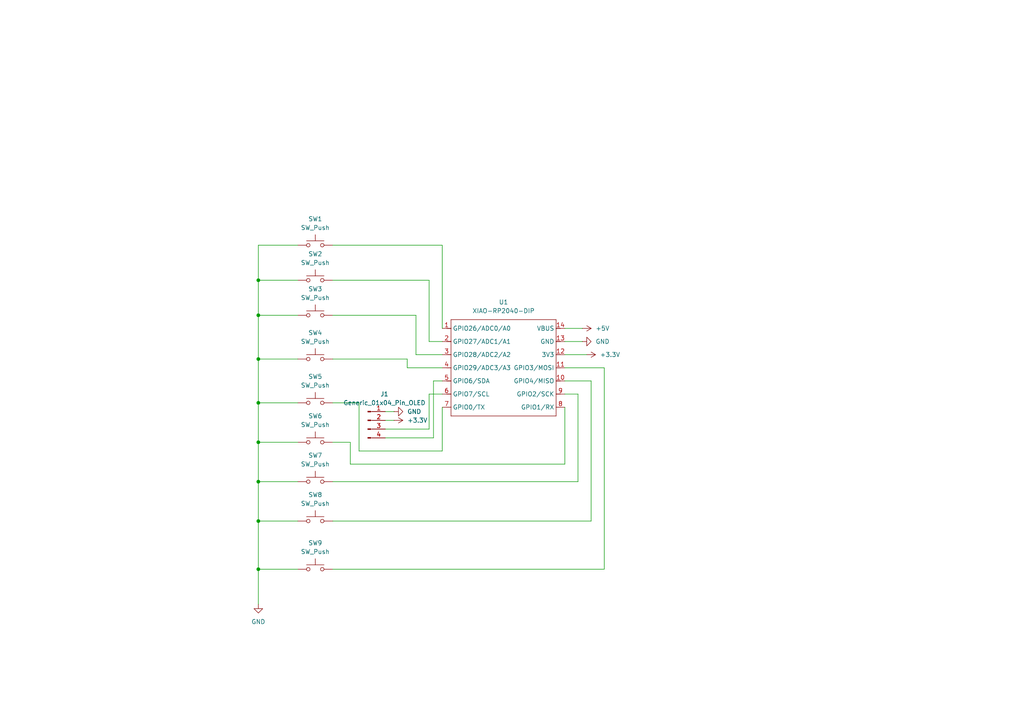
<source format=kicad_sch>
(kicad_sch
	(version 20250114)
	(generator "eeschema")
	(generator_version "9.0")
	(uuid "ee37c5c9-7c76-46e2-84de-a673a3f27b17")
	(paper "A4")
	(title_block
		(title "Macropad Project")
		(date "2025-12-16")
		(rev "2")
		(comment 1 "Schematic for Macropad")
	)
	(lib_symbols
		(symbol "Connector:Conn_01x04_Pin"
			(pin_names
				(offset 1.016)
				(hide yes)
			)
			(exclude_from_sim no)
			(in_bom yes)
			(on_board yes)
			(property "Reference" "J"
				(at 0 5.08 0)
				(effects
					(font
						(size 1.27 1.27)
					)
				)
			)
			(property "Value" "Conn_01x04_Pin"
				(at 0 -7.62 0)
				(effects
					(font
						(size 1.27 1.27)
					)
				)
			)
			(property "Footprint" ""
				(at 0 0 0)
				(effects
					(font
						(size 1.27 1.27)
					)
					(hide yes)
				)
			)
			(property "Datasheet" "~"
				(at 0 0 0)
				(effects
					(font
						(size 1.27 1.27)
					)
					(hide yes)
				)
			)
			(property "Description" "Generic connector, single row, 01x04, script generated"
				(at 0 0 0)
				(effects
					(font
						(size 1.27 1.27)
					)
					(hide yes)
				)
			)
			(property "ki_locked" ""
				(at 0 0 0)
				(effects
					(font
						(size 1.27 1.27)
					)
				)
			)
			(property "ki_keywords" "connector"
				(at 0 0 0)
				(effects
					(font
						(size 1.27 1.27)
					)
					(hide yes)
				)
			)
			(property "ki_fp_filters" "Connector*:*_1x??_*"
				(at 0 0 0)
				(effects
					(font
						(size 1.27 1.27)
					)
					(hide yes)
				)
			)
			(symbol "Conn_01x04_Pin_1_1"
				(rectangle
					(start 0.8636 2.667)
					(end 0 2.413)
					(stroke
						(width 0.1524)
						(type default)
					)
					(fill
						(type outline)
					)
				)
				(rectangle
					(start 0.8636 0.127)
					(end 0 -0.127)
					(stroke
						(width 0.1524)
						(type default)
					)
					(fill
						(type outline)
					)
				)
				(rectangle
					(start 0.8636 -2.413)
					(end 0 -2.667)
					(stroke
						(width 0.1524)
						(type default)
					)
					(fill
						(type outline)
					)
				)
				(rectangle
					(start 0.8636 -4.953)
					(end 0 -5.207)
					(stroke
						(width 0.1524)
						(type default)
					)
					(fill
						(type outline)
					)
				)
				(polyline
					(pts
						(xy 1.27 2.54) (xy 0.8636 2.54)
					)
					(stroke
						(width 0.1524)
						(type default)
					)
					(fill
						(type none)
					)
				)
				(polyline
					(pts
						(xy 1.27 0) (xy 0.8636 0)
					)
					(stroke
						(width 0.1524)
						(type default)
					)
					(fill
						(type none)
					)
				)
				(polyline
					(pts
						(xy 1.27 -2.54) (xy 0.8636 -2.54)
					)
					(stroke
						(width 0.1524)
						(type default)
					)
					(fill
						(type none)
					)
				)
				(polyline
					(pts
						(xy 1.27 -5.08) (xy 0.8636 -5.08)
					)
					(stroke
						(width 0.1524)
						(type default)
					)
					(fill
						(type none)
					)
				)
				(pin passive line
					(at 5.08 2.54 180)
					(length 3.81)
					(name "Pin_1"
						(effects
							(font
								(size 1.27 1.27)
							)
						)
					)
					(number "1"
						(effects
							(font
								(size 1.27 1.27)
							)
						)
					)
				)
				(pin passive line
					(at 5.08 0 180)
					(length 3.81)
					(name "Pin_2"
						(effects
							(font
								(size 1.27 1.27)
							)
						)
					)
					(number "2"
						(effects
							(font
								(size 1.27 1.27)
							)
						)
					)
				)
				(pin passive line
					(at 5.08 -2.54 180)
					(length 3.81)
					(name "Pin_3"
						(effects
							(font
								(size 1.27 1.27)
							)
						)
					)
					(number "3"
						(effects
							(font
								(size 1.27 1.27)
							)
						)
					)
				)
				(pin passive line
					(at 5.08 -5.08 180)
					(length 3.81)
					(name "Pin_4"
						(effects
							(font
								(size 1.27 1.27)
							)
						)
					)
					(number "4"
						(effects
							(font
								(size 1.27 1.27)
							)
						)
					)
				)
			)
			(embedded_fonts no)
		)
		(symbol "Seeed_Studio_XIAO_Series:XIAO-RP2040-DIP"
			(exclude_from_sim no)
			(in_bom yes)
			(on_board yes)
			(property "Reference" "U"
				(at 0 0 0)
				(effects
					(font
						(size 1.27 1.27)
					)
				)
			)
			(property "Value" "XIAO-RP2040-DIP"
				(at 5.334 -1.778 0)
				(effects
					(font
						(size 1.27 1.27)
					)
				)
			)
			(property "Footprint" "Module:MOUDLE14P-XIAO-DIP-SMD"
				(at 14.478 -32.258 0)
				(effects
					(font
						(size 1.27 1.27)
					)
					(hide yes)
				)
			)
			(property "Datasheet" ""
				(at 0 0 0)
				(effects
					(font
						(size 1.27 1.27)
					)
					(hide yes)
				)
			)
			(property "Description" ""
				(at 0 0 0)
				(effects
					(font
						(size 1.27 1.27)
					)
					(hide yes)
				)
			)
			(symbol "XIAO-RP2040-DIP_1_0"
				(polyline
					(pts
						(xy -1.27 -2.54) (xy 29.21 -2.54)
					)
					(stroke
						(width 0.1524)
						(type solid)
					)
					(fill
						(type none)
					)
				)
				(polyline
					(pts
						(xy -1.27 -5.08) (xy -2.54 -5.08)
					)
					(stroke
						(width 0.1524)
						(type solid)
					)
					(fill
						(type none)
					)
				)
				(polyline
					(pts
						(xy -1.27 -5.08) (xy -1.27 -2.54)
					)
					(stroke
						(width 0.1524)
						(type solid)
					)
					(fill
						(type none)
					)
				)
				(polyline
					(pts
						(xy -1.27 -8.89) (xy -2.54 -8.89)
					)
					(stroke
						(width 0.1524)
						(type solid)
					)
					(fill
						(type none)
					)
				)
				(polyline
					(pts
						(xy -1.27 -8.89) (xy -1.27 -5.08)
					)
					(stroke
						(width 0.1524)
						(type solid)
					)
					(fill
						(type none)
					)
				)
				(polyline
					(pts
						(xy -1.27 -12.7) (xy -2.54 -12.7)
					)
					(stroke
						(width 0.1524)
						(type solid)
					)
					(fill
						(type none)
					)
				)
				(polyline
					(pts
						(xy -1.27 -12.7) (xy -1.27 -8.89)
					)
					(stroke
						(width 0.1524)
						(type solid)
					)
					(fill
						(type none)
					)
				)
				(polyline
					(pts
						(xy -1.27 -16.51) (xy -2.54 -16.51)
					)
					(stroke
						(width 0.1524)
						(type solid)
					)
					(fill
						(type none)
					)
				)
				(polyline
					(pts
						(xy -1.27 -16.51) (xy -1.27 -12.7)
					)
					(stroke
						(width 0.1524)
						(type solid)
					)
					(fill
						(type none)
					)
				)
				(polyline
					(pts
						(xy -1.27 -20.32) (xy -2.54 -20.32)
					)
					(stroke
						(width 0.1524)
						(type solid)
					)
					(fill
						(type none)
					)
				)
				(polyline
					(pts
						(xy -1.27 -24.13) (xy -2.54 -24.13)
					)
					(stroke
						(width 0.1524)
						(type solid)
					)
					(fill
						(type none)
					)
				)
				(polyline
					(pts
						(xy -1.27 -27.94) (xy -2.54 -27.94)
					)
					(stroke
						(width 0.1524)
						(type solid)
					)
					(fill
						(type none)
					)
				)
				(polyline
					(pts
						(xy -1.27 -30.48) (xy -1.27 -16.51)
					)
					(stroke
						(width 0.1524)
						(type solid)
					)
					(fill
						(type none)
					)
				)
				(polyline
					(pts
						(xy 29.21 -2.54) (xy 29.21 -5.08)
					)
					(stroke
						(width 0.1524)
						(type solid)
					)
					(fill
						(type none)
					)
				)
				(polyline
					(pts
						(xy 29.21 -5.08) (xy 29.21 -8.89)
					)
					(stroke
						(width 0.1524)
						(type solid)
					)
					(fill
						(type none)
					)
				)
				(polyline
					(pts
						(xy 29.21 -8.89) (xy 29.21 -12.7)
					)
					(stroke
						(width 0.1524)
						(type solid)
					)
					(fill
						(type none)
					)
				)
				(polyline
					(pts
						(xy 29.21 -12.7) (xy 29.21 -30.48)
					)
					(stroke
						(width 0.1524)
						(type solid)
					)
					(fill
						(type none)
					)
				)
				(polyline
					(pts
						(xy 29.21 -30.48) (xy -1.27 -30.48)
					)
					(stroke
						(width 0.1524)
						(type solid)
					)
					(fill
						(type none)
					)
				)
				(polyline
					(pts
						(xy 30.48 -5.08) (xy 29.21 -5.08)
					)
					(stroke
						(width 0.1524)
						(type solid)
					)
					(fill
						(type none)
					)
				)
				(polyline
					(pts
						(xy 30.48 -8.89) (xy 29.21 -8.89)
					)
					(stroke
						(width 0.1524)
						(type solid)
					)
					(fill
						(type none)
					)
				)
				(polyline
					(pts
						(xy 30.48 -12.7) (xy 29.21 -12.7)
					)
					(stroke
						(width 0.1524)
						(type solid)
					)
					(fill
						(type none)
					)
				)
				(polyline
					(pts
						(xy 30.48 -16.51) (xy 29.21 -16.51)
					)
					(stroke
						(width 0.1524)
						(type solid)
					)
					(fill
						(type none)
					)
				)
				(polyline
					(pts
						(xy 30.48 -20.32) (xy 29.21 -20.32)
					)
					(stroke
						(width 0.1524)
						(type solid)
					)
					(fill
						(type none)
					)
				)
				(polyline
					(pts
						(xy 30.48 -24.13) (xy 29.21 -24.13)
					)
					(stroke
						(width 0.1524)
						(type solid)
					)
					(fill
						(type none)
					)
				)
				(polyline
					(pts
						(xy 30.48 -27.94) (xy 29.21 -27.94)
					)
					(stroke
						(width 0.1524)
						(type solid)
					)
					(fill
						(type none)
					)
				)
				(pin passive line
					(at -3.81 -5.08 0)
					(length 2.54)
					(name "GPIO26/ADC0/A0"
						(effects
							(font
								(size 1.27 1.27)
							)
						)
					)
					(number "1"
						(effects
							(font
								(size 1.27 1.27)
							)
						)
					)
				)
				(pin passive line
					(at -3.81 -8.89 0)
					(length 2.54)
					(name "GPIO27/ADC1/A1"
						(effects
							(font
								(size 1.27 1.27)
							)
						)
					)
					(number "2"
						(effects
							(font
								(size 1.27 1.27)
							)
						)
					)
				)
				(pin passive line
					(at -3.81 -12.7 0)
					(length 2.54)
					(name "GPIO28/ADC2/A2"
						(effects
							(font
								(size 1.27 1.27)
							)
						)
					)
					(number "3"
						(effects
							(font
								(size 1.27 1.27)
							)
						)
					)
				)
				(pin passive line
					(at -3.81 -16.51 0)
					(length 2.54)
					(name "GPIO29/ADC3/A3"
						(effects
							(font
								(size 1.27 1.27)
							)
						)
					)
					(number "4"
						(effects
							(font
								(size 1.27 1.27)
							)
						)
					)
				)
				(pin passive line
					(at -3.81 -20.32 0)
					(length 2.54)
					(name "GPIO6/SDA"
						(effects
							(font
								(size 1.27 1.27)
							)
						)
					)
					(number "5"
						(effects
							(font
								(size 1.27 1.27)
							)
						)
					)
				)
				(pin passive line
					(at -3.81 -24.13 0)
					(length 2.54)
					(name "GPIO7/SCL"
						(effects
							(font
								(size 1.27 1.27)
							)
						)
					)
					(number "6"
						(effects
							(font
								(size 1.27 1.27)
							)
						)
					)
				)
				(pin passive line
					(at -3.81 -27.94 0)
					(length 2.54)
					(name "GPIO0/TX"
						(effects
							(font
								(size 1.27 1.27)
							)
						)
					)
					(number "7"
						(effects
							(font
								(size 1.27 1.27)
							)
						)
					)
				)
				(pin passive line
					(at 31.75 -5.08 180)
					(length 2.54)
					(name "VBUS"
						(effects
							(font
								(size 1.27 1.27)
							)
						)
					)
					(number "14"
						(effects
							(font
								(size 1.27 1.27)
							)
						)
					)
				)
				(pin passive line
					(at 31.75 -8.89 180)
					(length 2.54)
					(name "GND"
						(effects
							(font
								(size 1.27 1.27)
							)
						)
					)
					(number "13"
						(effects
							(font
								(size 1.27 1.27)
							)
						)
					)
				)
				(pin passive line
					(at 31.75 -12.7 180)
					(length 2.54)
					(name "3V3"
						(effects
							(font
								(size 1.27 1.27)
							)
						)
					)
					(number "12"
						(effects
							(font
								(size 1.27 1.27)
							)
						)
					)
				)
				(pin passive line
					(at 31.75 -16.51 180)
					(length 2.54)
					(name "GPIO3/MOSI"
						(effects
							(font
								(size 1.27 1.27)
							)
						)
					)
					(number "11"
						(effects
							(font
								(size 1.27 1.27)
							)
						)
					)
				)
				(pin passive line
					(at 31.75 -20.32 180)
					(length 2.54)
					(name "GPIO4/MISO"
						(effects
							(font
								(size 1.27 1.27)
							)
						)
					)
					(number "10"
						(effects
							(font
								(size 1.27 1.27)
							)
						)
					)
				)
				(pin passive line
					(at 31.75 -24.13 180)
					(length 2.54)
					(name "GPIO2/SCK"
						(effects
							(font
								(size 1.27 1.27)
							)
						)
					)
					(number "9"
						(effects
							(font
								(size 1.27 1.27)
							)
						)
					)
				)
				(pin passive line
					(at 31.75 -27.94 180)
					(length 2.54)
					(name "GPIO1/RX"
						(effects
							(font
								(size 1.27 1.27)
							)
						)
					)
					(number "8"
						(effects
							(font
								(size 1.27 1.27)
							)
						)
					)
				)
			)
			(embedded_fonts no)
		)
		(symbol "Switch:SW_Push"
			(pin_numbers
				(hide yes)
			)
			(pin_names
				(offset 1.016)
				(hide yes)
			)
			(exclude_from_sim no)
			(in_bom yes)
			(on_board yes)
			(property "Reference" "SW"
				(at 1.27 2.54 0)
				(effects
					(font
						(size 1.27 1.27)
					)
					(justify left)
				)
			)
			(property "Value" "SW_Push"
				(at 0 -1.524 0)
				(effects
					(font
						(size 1.27 1.27)
					)
				)
			)
			(property "Footprint" ""
				(at 0 5.08 0)
				(effects
					(font
						(size 1.27 1.27)
					)
					(hide yes)
				)
			)
			(property "Datasheet" "~"
				(at 0 5.08 0)
				(effects
					(font
						(size 1.27 1.27)
					)
					(hide yes)
				)
			)
			(property "Description" "Push button switch, generic, two pins"
				(at 0 0 0)
				(effects
					(font
						(size 1.27 1.27)
					)
					(hide yes)
				)
			)
			(property "ki_keywords" "switch normally-open pushbutton push-button"
				(at 0 0 0)
				(effects
					(font
						(size 1.27 1.27)
					)
					(hide yes)
				)
			)
			(symbol "SW_Push_0_1"
				(circle
					(center -2.032 0)
					(radius 0.508)
					(stroke
						(width 0)
						(type default)
					)
					(fill
						(type none)
					)
				)
				(polyline
					(pts
						(xy 0 1.27) (xy 0 3.048)
					)
					(stroke
						(width 0)
						(type default)
					)
					(fill
						(type none)
					)
				)
				(circle
					(center 2.032 0)
					(radius 0.508)
					(stroke
						(width 0)
						(type default)
					)
					(fill
						(type none)
					)
				)
				(polyline
					(pts
						(xy 2.54 1.27) (xy -2.54 1.27)
					)
					(stroke
						(width 0)
						(type default)
					)
					(fill
						(type none)
					)
				)
				(pin passive line
					(at -5.08 0 0)
					(length 2.54)
					(name "1"
						(effects
							(font
								(size 1.27 1.27)
							)
						)
					)
					(number "1"
						(effects
							(font
								(size 1.27 1.27)
							)
						)
					)
				)
				(pin passive line
					(at 5.08 0 180)
					(length 2.54)
					(name "2"
						(effects
							(font
								(size 1.27 1.27)
							)
						)
					)
					(number "2"
						(effects
							(font
								(size 1.27 1.27)
							)
						)
					)
				)
			)
			(embedded_fonts no)
		)
		(symbol "power:+3.3V"
			(power)
			(pin_numbers
				(hide yes)
			)
			(pin_names
				(offset 0)
				(hide yes)
			)
			(exclude_from_sim no)
			(in_bom yes)
			(on_board yes)
			(property "Reference" "#PWR"
				(at 0 -3.81 0)
				(effects
					(font
						(size 1.27 1.27)
					)
					(hide yes)
				)
			)
			(property "Value" "+3.3V"
				(at 0 3.556 0)
				(effects
					(font
						(size 1.27 1.27)
					)
				)
			)
			(property "Footprint" ""
				(at 0 0 0)
				(effects
					(font
						(size 1.27 1.27)
					)
					(hide yes)
				)
			)
			(property "Datasheet" ""
				(at 0 0 0)
				(effects
					(font
						(size 1.27 1.27)
					)
					(hide yes)
				)
			)
			(property "Description" "Power symbol creates a global label with name \"+3.3V\""
				(at 0 0 0)
				(effects
					(font
						(size 1.27 1.27)
					)
					(hide yes)
				)
			)
			(property "ki_keywords" "global power"
				(at 0 0 0)
				(effects
					(font
						(size 1.27 1.27)
					)
					(hide yes)
				)
			)
			(symbol "+3.3V_0_1"
				(polyline
					(pts
						(xy -0.762 1.27) (xy 0 2.54)
					)
					(stroke
						(width 0)
						(type default)
					)
					(fill
						(type none)
					)
				)
				(polyline
					(pts
						(xy 0 2.54) (xy 0.762 1.27)
					)
					(stroke
						(width 0)
						(type default)
					)
					(fill
						(type none)
					)
				)
				(polyline
					(pts
						(xy 0 0) (xy 0 2.54)
					)
					(stroke
						(width 0)
						(type default)
					)
					(fill
						(type none)
					)
				)
			)
			(symbol "+3.3V_1_1"
				(pin power_in line
					(at 0 0 90)
					(length 0)
					(name "~"
						(effects
							(font
								(size 1.27 1.27)
							)
						)
					)
					(number "1"
						(effects
							(font
								(size 1.27 1.27)
							)
						)
					)
				)
			)
			(embedded_fonts no)
		)
		(symbol "power:+5V"
			(power)
			(pin_numbers
				(hide yes)
			)
			(pin_names
				(offset 0)
				(hide yes)
			)
			(exclude_from_sim no)
			(in_bom yes)
			(on_board yes)
			(property "Reference" "#PWR"
				(at 0 -3.81 0)
				(effects
					(font
						(size 1.27 1.27)
					)
					(hide yes)
				)
			)
			(property "Value" "+5V"
				(at 0 3.556 0)
				(effects
					(font
						(size 1.27 1.27)
					)
				)
			)
			(property "Footprint" ""
				(at 0 0 0)
				(effects
					(font
						(size 1.27 1.27)
					)
					(hide yes)
				)
			)
			(property "Datasheet" ""
				(at 0 0 0)
				(effects
					(font
						(size 1.27 1.27)
					)
					(hide yes)
				)
			)
			(property "Description" "Power symbol creates a global label with name \"+5V\""
				(at 0 0 0)
				(effects
					(font
						(size 1.27 1.27)
					)
					(hide yes)
				)
			)
			(property "ki_keywords" "global power"
				(at 0 0 0)
				(effects
					(font
						(size 1.27 1.27)
					)
					(hide yes)
				)
			)
			(symbol "+5V_0_1"
				(polyline
					(pts
						(xy -0.762 1.27) (xy 0 2.54)
					)
					(stroke
						(width 0)
						(type default)
					)
					(fill
						(type none)
					)
				)
				(polyline
					(pts
						(xy 0 2.54) (xy 0.762 1.27)
					)
					(stroke
						(width 0)
						(type default)
					)
					(fill
						(type none)
					)
				)
				(polyline
					(pts
						(xy 0 0) (xy 0 2.54)
					)
					(stroke
						(width 0)
						(type default)
					)
					(fill
						(type none)
					)
				)
			)
			(symbol "+5V_1_1"
				(pin power_in line
					(at 0 0 90)
					(length 0)
					(name "~"
						(effects
							(font
								(size 1.27 1.27)
							)
						)
					)
					(number "1"
						(effects
							(font
								(size 1.27 1.27)
							)
						)
					)
				)
			)
			(embedded_fonts no)
		)
		(symbol "power:GND"
			(power)
			(pin_numbers
				(hide yes)
			)
			(pin_names
				(offset 0)
				(hide yes)
			)
			(exclude_from_sim no)
			(in_bom yes)
			(on_board yes)
			(property "Reference" "#PWR"
				(at 0 -6.35 0)
				(effects
					(font
						(size 1.27 1.27)
					)
					(hide yes)
				)
			)
			(property "Value" "GND"
				(at 0 -3.81 0)
				(effects
					(font
						(size 1.27 1.27)
					)
				)
			)
			(property "Footprint" ""
				(at 0 0 0)
				(effects
					(font
						(size 1.27 1.27)
					)
					(hide yes)
				)
			)
			(property "Datasheet" ""
				(at 0 0 0)
				(effects
					(font
						(size 1.27 1.27)
					)
					(hide yes)
				)
			)
			(property "Description" "Power symbol creates a global label with name \"GND\" , ground"
				(at 0 0 0)
				(effects
					(font
						(size 1.27 1.27)
					)
					(hide yes)
				)
			)
			(property "ki_keywords" "global power"
				(at 0 0 0)
				(effects
					(font
						(size 1.27 1.27)
					)
					(hide yes)
				)
			)
			(symbol "GND_0_1"
				(polyline
					(pts
						(xy 0 0) (xy 0 -1.27) (xy 1.27 -1.27) (xy 0 -2.54) (xy -1.27 -1.27) (xy 0 -1.27)
					)
					(stroke
						(width 0)
						(type default)
					)
					(fill
						(type none)
					)
				)
			)
			(symbol "GND_1_1"
				(pin power_in line
					(at 0 0 270)
					(length 0)
					(name "~"
						(effects
							(font
								(size 1.27 1.27)
							)
						)
					)
					(number "1"
						(effects
							(font
								(size 1.27 1.27)
							)
						)
					)
				)
			)
			(embedded_fonts no)
		)
	)
	(junction
		(at 74.93 151.13)
		(diameter 0)
		(color 0 0 0 0)
		(uuid "1e3ad9dc-8e58-4253-9230-7ab0d74e974c")
	)
	(junction
		(at 74.93 139.7)
		(diameter 0)
		(color 0 0 0 0)
		(uuid "63d15668-dfef-4e21-b506-bb9d735f863e")
	)
	(junction
		(at 74.93 104.14)
		(diameter 0)
		(color 0 0 0 0)
		(uuid "7333dae4-1a5e-40b5-ae42-d8d582e0616c")
	)
	(junction
		(at 74.93 165.1)
		(diameter 0)
		(color 0 0 0 0)
		(uuid "b63e92df-2aed-4564-86c3-a5059c8206be")
	)
	(junction
		(at 74.93 81.28)
		(diameter 0)
		(color 0 0 0 0)
		(uuid "b7759ffd-9b5e-41a6-baf7-b8cdc60297a5")
	)
	(junction
		(at 74.93 116.84)
		(diameter 0)
		(color 0 0 0 0)
		(uuid "c2ae240a-6f8f-4ae5-8615-dbd9c0a553b4")
	)
	(junction
		(at 74.93 91.44)
		(diameter 0)
		(color 0 0 0 0)
		(uuid "c35519ed-09e7-4686-9ff7-ba409133f9e2")
	)
	(junction
		(at 74.93 128.27)
		(diameter 0)
		(color 0 0 0 0)
		(uuid "c8de2ef1-3dd9-45d6-a30b-e67f6dc02a48")
	)
	(wire
		(pts
			(xy 74.93 165.1) (xy 86.36 165.1)
		)
		(stroke
			(width 0)
			(type default)
		)
		(uuid "001b4935-bab4-46e4-86de-4287a63c3616")
	)
	(wire
		(pts
			(xy 96.52 128.27) (xy 101.6 128.27)
		)
		(stroke
			(width 0)
			(type default)
		)
		(uuid "0fc4abe8-3443-4f17-8398-ac49b815fe68")
	)
	(wire
		(pts
			(xy 74.93 104.14) (xy 74.93 91.44)
		)
		(stroke
			(width 0)
			(type default)
		)
		(uuid "14fbff52-b1be-4b37-96cc-cd687116affe")
	)
	(wire
		(pts
			(xy 74.93 116.84) (xy 86.36 116.84)
		)
		(stroke
			(width 0)
			(type default)
		)
		(uuid "1b0e163e-a950-41be-8ea6-e339d97e78df")
	)
	(wire
		(pts
			(xy 96.52 165.1) (xy 175.26 165.1)
		)
		(stroke
			(width 0)
			(type default)
		)
		(uuid "25f858e0-0afd-4adb-a046-62cf9ee0cbf9")
	)
	(wire
		(pts
			(xy 125.73 127) (xy 125.73 110.49)
		)
		(stroke
			(width 0)
			(type default)
		)
		(uuid "2ac43a50-870f-4f0e-9b7b-5622c43b4d9a")
	)
	(wire
		(pts
			(xy 120.65 91.44) (xy 120.65 102.87)
		)
		(stroke
			(width 0)
			(type default)
		)
		(uuid "2c93e3a8-c8a4-45da-bd59-87d8c67f9681")
	)
	(wire
		(pts
			(xy 74.93 139.7) (xy 86.36 139.7)
		)
		(stroke
			(width 0)
			(type default)
		)
		(uuid "2d3061ae-a145-4cae-8026-8a5dc09a9574")
	)
	(wire
		(pts
			(xy 96.52 91.44) (xy 120.65 91.44)
		)
		(stroke
			(width 0)
			(type default)
		)
		(uuid "2ddf9a12-de31-44fe-a361-5f23931f4be9")
	)
	(wire
		(pts
			(xy 96.52 139.7) (xy 167.64 139.7)
		)
		(stroke
			(width 0)
			(type default)
		)
		(uuid "38ed82fc-3b67-4796-970e-97fbe07f0b28")
	)
	(wire
		(pts
			(xy 74.93 128.27) (xy 74.93 116.84)
		)
		(stroke
			(width 0)
			(type default)
		)
		(uuid "3e0d451b-458a-4c83-aec9-f2d6afb30fa3")
	)
	(wire
		(pts
			(xy 111.76 127) (xy 125.73 127)
		)
		(stroke
			(width 0)
			(type default)
		)
		(uuid "40ecfd7c-891a-4228-abc4-f68a485fc436")
	)
	(wire
		(pts
			(xy 128.27 71.12) (xy 128.27 95.25)
		)
		(stroke
			(width 0)
			(type default)
		)
		(uuid "4112da9c-2c63-4f1c-bbc2-bd53e8bee0a5")
	)
	(wire
		(pts
			(xy 125.73 110.49) (xy 128.27 110.49)
		)
		(stroke
			(width 0)
			(type default)
		)
		(uuid "494d8bb6-f14a-4e35-aad8-3b650c483bf9")
	)
	(wire
		(pts
			(xy 104.14 116.84) (xy 104.14 130.81)
		)
		(stroke
			(width 0)
			(type default)
		)
		(uuid "588c663d-2825-4d5f-ac1b-c8ab50e9ee7f")
	)
	(wire
		(pts
			(xy 74.93 139.7) (xy 74.93 128.27)
		)
		(stroke
			(width 0)
			(type default)
		)
		(uuid "5e7935f2-1aa5-44b8-9706-19285a9de0f7")
	)
	(wire
		(pts
			(xy 74.93 128.27) (xy 86.36 128.27)
		)
		(stroke
			(width 0)
			(type default)
		)
		(uuid "5eef141f-0afe-4707-b132-a3415a6ff00e")
	)
	(wire
		(pts
			(xy 163.83 102.87) (xy 170.18 102.87)
		)
		(stroke
			(width 0)
			(type default)
		)
		(uuid "6a8f351e-3ac3-456c-8b75-3dfe1ff4ba02")
	)
	(wire
		(pts
			(xy 74.93 71.12) (xy 86.36 71.12)
		)
		(stroke
			(width 0)
			(type default)
		)
		(uuid "73a13bb4-6461-4e0e-b607-3066d8e3a8c0")
	)
	(wire
		(pts
			(xy 74.93 151.13) (xy 74.93 139.7)
		)
		(stroke
			(width 0)
			(type default)
		)
		(uuid "7441abf7-6cdf-40ae-9f58-d59aa29ae7ab")
	)
	(wire
		(pts
			(xy 74.93 91.44) (xy 86.36 91.44)
		)
		(stroke
			(width 0)
			(type default)
		)
		(uuid "7d533652-2f8b-4b87-8700-8841b56698c7")
	)
	(wire
		(pts
			(xy 128.27 130.81) (xy 128.27 118.11)
		)
		(stroke
			(width 0)
			(type default)
		)
		(uuid "88198a48-b8b5-4eb0-a954-f34f9dcc2eae")
	)
	(wire
		(pts
			(xy 74.93 165.1) (xy 74.93 151.13)
		)
		(stroke
			(width 0)
			(type default)
		)
		(uuid "8ad5c43a-0a52-4765-b44b-cbb5b8b2f6c6")
	)
	(wire
		(pts
			(xy 101.6 128.27) (xy 101.6 134.62)
		)
		(stroke
			(width 0)
			(type default)
		)
		(uuid "8e1d3c1e-0e33-4631-8e09-928abe53eb11")
	)
	(wire
		(pts
			(xy 111.76 119.38) (xy 114.3 119.38)
		)
		(stroke
			(width 0)
			(type default)
		)
		(uuid "92215d35-6d60-49f5-8f77-0e2868341849")
	)
	(wire
		(pts
			(xy 124.46 114.3) (xy 128.27 114.3)
		)
		(stroke
			(width 0)
			(type default)
		)
		(uuid "9a41f800-27f2-4724-8eb8-3c317323c8ca")
	)
	(wire
		(pts
			(xy 96.52 151.13) (xy 171.45 151.13)
		)
		(stroke
			(width 0)
			(type default)
		)
		(uuid "9ed26b38-d047-4d71-b329-a5339745a384")
	)
	(wire
		(pts
			(xy 74.93 175.26) (xy 74.93 165.1)
		)
		(stroke
			(width 0)
			(type default)
		)
		(uuid "a0eb247d-8802-4d49-9808-e27e7a07f885")
	)
	(wire
		(pts
			(xy 124.46 124.46) (xy 124.46 114.3)
		)
		(stroke
			(width 0)
			(type default)
		)
		(uuid "a26f60ee-bcd9-45d5-a6a6-f8f6dc2114aa")
	)
	(wire
		(pts
			(xy 74.93 104.14) (xy 86.36 104.14)
		)
		(stroke
			(width 0)
			(type default)
		)
		(uuid "a2c53af5-9379-4dd0-a1ae-389afd878a21")
	)
	(wire
		(pts
			(xy 124.46 81.28) (xy 124.46 99.06)
		)
		(stroke
			(width 0)
			(type default)
		)
		(uuid "a3804dd7-bf76-49cd-b888-06cbbe3a3b85")
	)
	(wire
		(pts
			(xy 171.45 110.49) (xy 163.83 110.49)
		)
		(stroke
			(width 0)
			(type default)
		)
		(uuid "a5997850-c2dc-4193-a660-ac8d972c1f25")
	)
	(wire
		(pts
			(xy 171.45 151.13) (xy 171.45 110.49)
		)
		(stroke
			(width 0)
			(type default)
		)
		(uuid "a6869159-6a07-410d-8d13-139a4cc0b9ca")
	)
	(wire
		(pts
			(xy 120.65 102.87) (xy 128.27 102.87)
		)
		(stroke
			(width 0)
			(type default)
		)
		(uuid "aae0ace9-be62-44c9-958b-5f54ac9d9993")
	)
	(wire
		(pts
			(xy 96.52 71.12) (xy 128.27 71.12)
		)
		(stroke
			(width 0)
			(type default)
		)
		(uuid "ab852d62-aa9d-4c15-894e-8b9c5481d1e4")
	)
	(wire
		(pts
			(xy 74.93 81.28) (xy 86.36 81.28)
		)
		(stroke
			(width 0)
			(type default)
		)
		(uuid "b389cd4c-1b0d-465a-8331-7369986c0b23")
	)
	(wire
		(pts
			(xy 167.64 114.3) (xy 163.83 114.3)
		)
		(stroke
			(width 0)
			(type default)
		)
		(uuid "b567a7b9-afa3-40ef-9fe5-da53eb9ff465")
	)
	(wire
		(pts
			(xy 96.52 116.84) (xy 104.14 116.84)
		)
		(stroke
			(width 0)
			(type default)
		)
		(uuid "bf92fcc7-8491-4606-bd10-65d753684a24")
	)
	(wire
		(pts
			(xy 74.93 151.13) (xy 86.36 151.13)
		)
		(stroke
			(width 0)
			(type default)
		)
		(uuid "c07461ed-d4f2-45c6-817e-52874546b762")
	)
	(wire
		(pts
			(xy 175.26 106.68) (xy 163.83 106.68)
		)
		(stroke
			(width 0)
			(type default)
		)
		(uuid "c5fc0649-4a2c-45f0-a2c3-120aa47774ea")
	)
	(wire
		(pts
			(xy 96.52 81.28) (xy 124.46 81.28)
		)
		(stroke
			(width 0)
			(type default)
		)
		(uuid "c7644e58-7519-4201-873e-880b3cf27b70")
	)
	(wire
		(pts
			(xy 111.76 121.92) (xy 114.3 121.92)
		)
		(stroke
			(width 0)
			(type default)
		)
		(uuid "cb1c050a-24a0-4faf-8c3d-ce97bf481e1e")
	)
	(wire
		(pts
			(xy 111.76 124.46) (xy 124.46 124.46)
		)
		(stroke
			(width 0)
			(type default)
		)
		(uuid "cba3d3ee-bf11-4641-93e3-cd9b4c6d0bb9")
	)
	(wire
		(pts
			(xy 124.46 99.06) (xy 128.27 99.06)
		)
		(stroke
			(width 0)
			(type default)
		)
		(uuid "cc247459-d8d7-49b6-9fb3-d6a8ed866317")
	)
	(wire
		(pts
			(xy 96.52 104.14) (xy 118.11 104.14)
		)
		(stroke
			(width 0)
			(type default)
		)
		(uuid "cdde9454-3e97-4b5e-b639-21553cf63f49")
	)
	(wire
		(pts
			(xy 163.83 99.06) (xy 168.91 99.06)
		)
		(stroke
			(width 0)
			(type default)
		)
		(uuid "cf8b0176-6c56-4ab8-8311-6af7157bd2c5")
	)
	(wire
		(pts
			(xy 167.64 139.7) (xy 167.64 114.3)
		)
		(stroke
			(width 0)
			(type default)
		)
		(uuid "cfdd37b3-6d7f-450f-80df-9bbc90f8e8e7")
	)
	(wire
		(pts
			(xy 74.93 81.28) (xy 74.93 71.12)
		)
		(stroke
			(width 0)
			(type default)
		)
		(uuid "d6be84cb-7fb6-4c12-8ce9-cb65e7778d1b")
	)
	(wire
		(pts
			(xy 118.11 106.68) (xy 128.27 106.68)
		)
		(stroke
			(width 0)
			(type default)
		)
		(uuid "d885920e-5e92-460b-bfa5-f92cdddbc21e")
	)
	(wire
		(pts
			(xy 104.14 130.81) (xy 128.27 130.81)
		)
		(stroke
			(width 0)
			(type default)
		)
		(uuid "db0180ae-9629-434d-bb58-9c583142d315")
	)
	(wire
		(pts
			(xy 175.26 165.1) (xy 175.26 106.68)
		)
		(stroke
			(width 0)
			(type default)
		)
		(uuid "dd7f9ba8-ba5e-4808-abe7-9f62044dde7e")
	)
	(wire
		(pts
			(xy 163.83 95.25) (xy 168.91 95.25)
		)
		(stroke
			(width 0)
			(type default)
		)
		(uuid "e3fe603f-ca88-47f6-b378-ef9929e0c2c1")
	)
	(wire
		(pts
			(xy 74.93 91.44) (xy 74.93 81.28)
		)
		(stroke
			(width 0)
			(type default)
		)
		(uuid "ea63a5c1-21f4-4863-b835-f5e5b73091de")
	)
	(wire
		(pts
			(xy 118.11 104.14) (xy 118.11 106.68)
		)
		(stroke
			(width 0)
			(type default)
		)
		(uuid "f3ddea19-1b08-44c2-897d-63d3366f4085")
	)
	(wire
		(pts
			(xy 163.83 134.62) (xy 163.83 118.11)
		)
		(stroke
			(width 0)
			(type default)
		)
		(uuid "f57cefe6-866e-47e7-9e2c-53e67589c4d9")
	)
	(wire
		(pts
			(xy 101.6 134.62) (xy 163.83 134.62)
		)
		(stroke
			(width 0)
			(type default)
		)
		(uuid "f5a9b9c9-a72b-4e45-b8a7-ffe77091c702")
	)
	(wire
		(pts
			(xy 74.93 116.84) (xy 74.93 104.14)
		)
		(stroke
			(width 0)
			(type default)
		)
		(uuid "feddc057-7dc2-4054-981f-c07ffab3199b")
	)
	(symbol
		(lib_id "power:GND")
		(at 74.93 175.26 0)
		(unit 1)
		(exclude_from_sim no)
		(in_bom yes)
		(on_board yes)
		(dnp no)
		(fields_autoplaced yes)
		(uuid "1e0dbd42-0de0-42c9-b4e7-a2634d675a0b")
		(property "Reference" "#PWR01"
			(at 74.93 181.61 0)
			(effects
				(font
					(size 1.27 1.27)
				)
				(hide yes)
			)
		)
		(property "Value" "GND"
			(at 74.93 180.34 0)
			(effects
				(font
					(size 1.27 1.27)
				)
			)
		)
		(property "Footprint" ""
			(at 74.93 175.26 0)
			(effects
				(font
					(size 1.27 1.27)
				)
				(hide yes)
			)
		)
		(property "Datasheet" ""
			(at 74.93 175.26 0)
			(effects
				(font
					(size 1.27 1.27)
				)
				(hide yes)
			)
		)
		(property "Description" "Power symbol creates a global label with name \"GND\" , ground"
			(at 74.93 175.26 0)
			(effects
				(font
					(size 1.27 1.27)
				)
				(hide yes)
			)
		)
		(pin "1"
			(uuid "74b5f9ea-5ef7-4f64-a21a-ad5c6588e7f5")
		)
		(instances
			(project ""
				(path "/ee37c5c9-7c76-46e2-84de-a673a3f27b17"
					(reference "#PWR01")
					(unit 1)
				)
			)
		)
	)
	(symbol
		(lib_id "Seeed_Studio_XIAO_Series:XIAO-RP2040-DIP")
		(at 132.08 90.17 0)
		(unit 1)
		(exclude_from_sim no)
		(in_bom yes)
		(on_board yes)
		(dnp no)
		(fields_autoplaced yes)
		(uuid "2337689a-a708-4605-81a0-90e69c3ee29b")
		(property "Reference" "U1"
			(at 146.05 87.63 0)
			(effects
				(font
					(size 1.27 1.27)
				)
			)
		)
		(property "Value" "XIAO-RP2040-DIP"
			(at 146.05 90.17 0)
			(effects
				(font
					(size 1.27 1.27)
				)
			)
		)
		(property "Footprint" "Seeed Studio XIAO Series Library:XIAO-RP2040-DIP"
			(at 146.558 122.428 0)
			(effects
				(font
					(size 1.27 1.27)
				)
				(hide yes)
			)
		)
		(property "Datasheet" ""
			(at 132.08 90.17 0)
			(effects
				(font
					(size 1.27 1.27)
				)
				(hide yes)
			)
		)
		(property "Description" ""
			(at 132.08 90.17 0)
			(effects
				(font
					(size 1.27 1.27)
				)
				(hide yes)
			)
		)
		(pin "1"
			(uuid "402239b9-d6d7-4976-9186-5cdc7de03547")
		)
		(pin "4"
			(uuid "c28de9af-2886-4b56-9ada-2674c0870bc7")
		)
		(pin "2"
			(uuid "629ae2cb-e36c-4bf5-8d7d-94eb51209861")
		)
		(pin "3"
			(uuid "5a246fb6-8f1a-4949-a701-3c9c96dcd0cc")
		)
		(pin "7"
			(uuid "0ba9ce73-956f-4643-bc8b-b60014a33995")
		)
		(pin "14"
			(uuid "44051d69-a245-47cf-bfc4-c7d3e3e70c65")
		)
		(pin "11"
			(uuid "0060b563-8f85-484f-9f13-57bd895ee038")
		)
		(pin "5"
			(uuid "1bda6fd0-d9ea-4327-8859-9014c554e840")
		)
		(pin "12"
			(uuid "c87471b9-c132-40e3-9190-13ab07986c3a")
		)
		(pin "6"
			(uuid "66766e13-4db3-4e3b-b3fb-bc4435028df0")
		)
		(pin "8"
			(uuid "70183407-50d3-4c13-ab23-cb765da337f5")
		)
		(pin "13"
			(uuid "7b2957ff-72b8-4734-b718-4eb18be74ca7")
		)
		(pin "10"
			(uuid "82197765-36ed-4b39-8b85-a4dadc1341eb")
		)
		(pin "9"
			(uuid "a8bcfc81-fd3e-4504-995f-358f0489d39f")
		)
		(instances
			(project ""
				(path "/ee37c5c9-7c76-46e2-84de-a673a3f27b17"
					(reference "U1")
					(unit 1)
				)
			)
		)
	)
	(symbol
		(lib_id "Switch:SW_Push")
		(at 91.44 91.44 0)
		(unit 1)
		(exclude_from_sim no)
		(in_bom yes)
		(on_board yes)
		(dnp no)
		(fields_autoplaced yes)
		(uuid "34566c8f-6ab9-4e41-bbcb-1da7d1f0f4eb")
		(property "Reference" "SW3"
			(at 91.44 83.82 0)
			(effects
				(font
					(size 1.27 1.27)
				)
			)
		)
		(property "Value" "SW_Push"
			(at 91.44 86.36 0)
			(effects
				(font
					(size 1.27 1.27)
				)
			)
		)
		(property "Footprint" "Button_Switch_Keyboard:SW_Cherry_MX_1.00u_PCB"
			(at 91.44 86.36 0)
			(effects
				(font
					(size 1.27 1.27)
				)
				(hide yes)
			)
		)
		(property "Datasheet" "~"
			(at 91.44 86.36 0)
			(effects
				(font
					(size 1.27 1.27)
				)
				(hide yes)
			)
		)
		(property "Description" "Push button switch, generic, two pins"
			(at 91.44 91.44 0)
			(effects
				(font
					(size 1.27 1.27)
				)
				(hide yes)
			)
		)
		(pin "2"
			(uuid "659f6d92-162d-416b-8574-568db3462050")
		)
		(pin "1"
			(uuid "f122fbad-1011-4ef8-8457-34ae0a4b1b90")
		)
		(instances
			(project "new_pcb"
				(path "/ee37c5c9-7c76-46e2-84de-a673a3f27b17"
					(reference "SW3")
					(unit 1)
				)
			)
		)
	)
	(symbol
		(lib_id "power:+3.3V")
		(at 170.18 102.87 270)
		(unit 1)
		(exclude_from_sim no)
		(in_bom yes)
		(on_board yes)
		(dnp no)
		(fields_autoplaced yes)
		(uuid "3cb71fa8-c3b9-4191-8a6c-55bb1c393707")
		(property "Reference" "#PWR08"
			(at 166.37 102.87 0)
			(effects
				(font
					(size 1.27 1.27)
				)
				(hide yes)
			)
		)
		(property "Value" "+3.3V"
			(at 173.99 102.8699 90)
			(effects
				(font
					(size 1.27 1.27)
				)
				(justify left)
			)
		)
		(property "Footprint" ""
			(at 170.18 102.87 0)
			(effects
				(font
					(size 1.27 1.27)
				)
				(hide yes)
			)
		)
		(property "Datasheet" ""
			(at 170.18 102.87 0)
			(effects
				(font
					(size 1.27 1.27)
				)
				(hide yes)
			)
		)
		(property "Description" "Power symbol creates a global label with name \"+3.3V\""
			(at 170.18 102.87 0)
			(effects
				(font
					(size 1.27 1.27)
				)
				(hide yes)
			)
		)
		(pin "1"
			(uuid "569b9ed5-7986-46bb-a59e-bc2a11c068f2")
		)
		(instances
			(project ""
				(path "/ee37c5c9-7c76-46e2-84de-a673a3f27b17"
					(reference "#PWR08")
					(unit 1)
				)
			)
		)
	)
	(symbol
		(lib_id "power:+3.3V")
		(at 114.3 121.92 270)
		(unit 1)
		(exclude_from_sim no)
		(in_bom yes)
		(on_board yes)
		(dnp no)
		(fields_autoplaced yes)
		(uuid "68b5f56c-d7d8-4e89-8e39-a22bcdad7488")
		(property "Reference" "#PWR07"
			(at 110.49 121.92 0)
			(effects
				(font
					(size 1.27 1.27)
				)
				(hide yes)
			)
		)
		(property "Value" "+3.3V"
			(at 118.11 121.9199 90)
			(effects
				(font
					(size 1.27 1.27)
				)
				(justify left)
			)
		)
		(property "Footprint" ""
			(at 114.3 121.92 0)
			(effects
				(font
					(size 1.27 1.27)
				)
				(hide yes)
			)
		)
		(property "Datasheet" ""
			(at 114.3 121.92 0)
			(effects
				(font
					(size 1.27 1.27)
				)
				(hide yes)
			)
		)
		(property "Description" "Power symbol creates a global label with name \"+3.3V\""
			(at 114.3 121.92 0)
			(effects
				(font
					(size 1.27 1.27)
				)
				(hide yes)
			)
		)
		(pin "1"
			(uuid "26f725c9-927d-4701-8a3f-78bf1a3541fd")
		)
		(instances
			(project ""
				(path "/ee37c5c9-7c76-46e2-84de-a673a3f27b17"
					(reference "#PWR07")
					(unit 1)
				)
			)
		)
	)
	(symbol
		(lib_id "power:+5V")
		(at 168.91 95.25 270)
		(unit 1)
		(exclude_from_sim no)
		(in_bom yes)
		(on_board yes)
		(dnp no)
		(fields_autoplaced yes)
		(uuid "742c2db0-0ca1-4d61-b0ef-7772c4f1da32")
		(property "Reference" "#PWR04"
			(at 165.1 95.25 0)
			(effects
				(font
					(size 1.27 1.27)
				)
				(hide yes)
			)
		)
		(property "Value" "+5V"
			(at 172.72 95.2499 90)
			(effects
				(font
					(size 1.27 1.27)
				)
				(justify left)
			)
		)
		(property "Footprint" ""
			(at 168.91 95.25 0)
			(effects
				(font
					(size 1.27 1.27)
				)
				(hide yes)
			)
		)
		(property "Datasheet" ""
			(at 168.91 95.25 0)
			(effects
				(font
					(size 1.27 1.27)
				)
				(hide yes)
			)
		)
		(property "Description" "Power symbol creates a global label with name \"+5V\""
			(at 168.91 95.25 0)
			(effects
				(font
					(size 1.27 1.27)
				)
				(hide yes)
			)
		)
		(pin "1"
			(uuid "2ab1973e-ef70-42e7-ae97-1d5e48ba1cd2")
		)
		(instances
			(project ""
				(path "/ee37c5c9-7c76-46e2-84de-a673a3f27b17"
					(reference "#PWR04")
					(unit 1)
				)
			)
		)
	)
	(symbol
		(lib_id "Switch:SW_Push")
		(at 91.44 139.7 0)
		(unit 1)
		(exclude_from_sim no)
		(in_bom yes)
		(on_board yes)
		(dnp no)
		(fields_autoplaced yes)
		(uuid "7e59163a-c659-420f-8635-da34dd446d9d")
		(property "Reference" "SW7"
			(at 91.44 132.08 0)
			(effects
				(font
					(size 1.27 1.27)
				)
			)
		)
		(property "Value" "SW_Push"
			(at 91.44 134.62 0)
			(effects
				(font
					(size 1.27 1.27)
				)
			)
		)
		(property "Footprint" "Button_Switch_Keyboard:SW_Cherry_MX_1.00u_PCB"
			(at 91.44 134.62 0)
			(effects
				(font
					(size 1.27 1.27)
				)
				(hide yes)
			)
		)
		(property "Datasheet" "~"
			(at 91.44 134.62 0)
			(effects
				(font
					(size 1.27 1.27)
				)
				(hide yes)
			)
		)
		(property "Description" "Push button switch, generic, two pins"
			(at 91.44 139.7 0)
			(effects
				(font
					(size 1.27 1.27)
				)
				(hide yes)
			)
		)
		(pin "2"
			(uuid "a598a898-b4de-412a-9e51-e328d72a1b71")
		)
		(pin "1"
			(uuid "6215a30a-c5e2-4167-839c-7b41fdff0d08")
		)
		(instances
			(project ""
				(path "/ee37c5c9-7c76-46e2-84de-a673a3f27b17"
					(reference "SW7")
					(unit 1)
				)
			)
		)
	)
	(symbol
		(lib_id "power:GND")
		(at 114.3 119.38 90)
		(unit 1)
		(exclude_from_sim no)
		(in_bom yes)
		(on_board yes)
		(dnp no)
		(fields_autoplaced yes)
		(uuid "8945271a-c0a0-46c4-9ed7-4218fd503a7f")
		(property "Reference" "#PWR06"
			(at 120.65 119.38 0)
			(effects
				(font
					(size 1.27 1.27)
				)
				(hide yes)
			)
		)
		(property "Value" "GND"
			(at 118.11 119.3799 90)
			(effects
				(font
					(size 1.27 1.27)
				)
				(justify right)
			)
		)
		(property "Footprint" ""
			(at 114.3 119.38 0)
			(effects
				(font
					(size 1.27 1.27)
				)
				(hide yes)
			)
		)
		(property "Datasheet" ""
			(at 114.3 119.38 0)
			(effects
				(font
					(size 1.27 1.27)
				)
				(hide yes)
			)
		)
		(property "Description" "Power symbol creates a global label with name \"GND\" , ground"
			(at 114.3 119.38 0)
			(effects
				(font
					(size 1.27 1.27)
				)
				(hide yes)
			)
		)
		(pin "1"
			(uuid "5edcd334-2293-4f25-bd2e-de6ee99a32f9")
		)
		(instances
			(project ""
				(path "/ee37c5c9-7c76-46e2-84de-a673a3f27b17"
					(reference "#PWR06")
					(unit 1)
				)
			)
		)
	)
	(symbol
		(lib_id "Switch:SW_Push")
		(at 91.44 116.84 0)
		(unit 1)
		(exclude_from_sim no)
		(in_bom yes)
		(on_board yes)
		(dnp no)
		(uuid "aadec8ce-6443-4cdb-b6bc-3bf6e921bdd5")
		(property "Reference" "SW5"
			(at 91.44 109.22 0)
			(effects
				(font
					(size 1.27 1.27)
				)
			)
		)
		(property "Value" "SW_Push"
			(at 91.44 111.76 0)
			(effects
				(font
					(size 1.27 1.27)
				)
			)
		)
		(property "Footprint" "Button_Switch_Keyboard:SW_Cherry_MX_1.00u_PCB"
			(at 91.44 111.76 0)
			(effects
				(font
					(size 1.27 1.27)
				)
				(hide yes)
			)
		)
		(property "Datasheet" "~"
			(at 91.44 111.76 0)
			(effects
				(font
					(size 1.27 1.27)
				)
				(hide yes)
			)
		)
		(property "Description" "Push button switch, generic, two pins"
			(at 91.44 116.84 0)
			(effects
				(font
					(size 1.27 1.27)
				)
				(hide yes)
			)
		)
		(pin "2"
			(uuid "8b30dc83-3fc2-46d5-aa74-c248f843d6a5")
		)
		(pin "1"
			(uuid "19d7e406-6e8a-43a4-80e9-1d807ddd0d67")
		)
		(instances
			(project ""
				(path "/ee37c5c9-7c76-46e2-84de-a673a3f27b17"
					(reference "SW5")
					(unit 1)
				)
			)
		)
	)
	(symbol
		(lib_id "Switch:SW_Push")
		(at 91.44 165.1 0)
		(unit 1)
		(exclude_from_sim no)
		(in_bom yes)
		(on_board yes)
		(dnp no)
		(fields_autoplaced yes)
		(uuid "c227a848-6bac-4dc6-abf3-e1044b289f2e")
		(property "Reference" "SW9"
			(at 91.44 157.48 0)
			(effects
				(font
					(size 1.27 1.27)
				)
			)
		)
		(property "Value" "SW_Push"
			(at 91.44 160.02 0)
			(effects
				(font
					(size 1.27 1.27)
				)
			)
		)
		(property "Footprint" "Button_Switch_Keyboard:SW_Cherry_MX_1.00u_PCB"
			(at 91.44 160.02 0)
			(effects
				(font
					(size 1.27 1.27)
				)
				(hide yes)
			)
		)
		(property "Datasheet" "~"
			(at 91.44 160.02 0)
			(effects
				(font
					(size 1.27 1.27)
				)
				(hide yes)
			)
		)
		(property "Description" "Push button switch, generic, two pins"
			(at 91.44 165.1 0)
			(effects
				(font
					(size 1.27 1.27)
				)
				(hide yes)
			)
		)
		(pin "2"
			(uuid "f5d73dd7-0250-46ac-95a7-944d8f15eb2b")
		)
		(pin "1"
			(uuid "60343462-6fbe-4ac3-b365-360669832006")
		)
		(instances
			(project "new_pcb"
				(path "/ee37c5c9-7c76-46e2-84de-a673a3f27b17"
					(reference "SW9")
					(unit 1)
				)
			)
		)
	)
	(symbol
		(lib_id "Connector:Conn_01x04_Pin")
		(at 106.68 121.92 0)
		(unit 1)
		(exclude_from_sim no)
		(in_bom yes)
		(on_board yes)
		(dnp no)
		(uuid "c921dfc1-a389-4549-b158-e01f0e68a348")
		(property "Reference" "J1"
			(at 111.506 114.3 0)
			(effects
				(font
					(size 1.27 1.27)
				)
			)
		)
		(property "Value" "Generic_01x04_Pin_OLED"
			(at 111.506 116.84 0)
			(effects
				(font
					(size 1.27 1.27)
				)
			)
		)
		(property "Footprint" "KiCad-SSD1306-0.91-OLED-4pin-128x32.pretty-master:SSD1306-0.91-OLED-4pin-128x32"
			(at 106.68 121.92 0)
			(effects
				(font
					(size 1.27 1.27)
				)
				(hide yes)
			)
		)
		(property "Datasheet" "~"
			(at 106.68 121.92 0)
			(effects
				(font
					(size 1.27 1.27)
				)
				(hide yes)
			)
		)
		(property "Description" "Generic connector, single row, 01x04, script generated"
			(at 106.68 121.92 0)
			(effects
				(font
					(size 1.27 1.27)
				)
				(hide yes)
			)
		)
		(pin "4"
			(uuid "0cb9efa9-8f1e-4d5a-8c95-fdaae8c66cb0")
		)
		(pin "1"
			(uuid "ffbac1bb-9b85-40cd-a4b5-cf5633424f97")
		)
		(pin "2"
			(uuid "0679ecbc-744b-4999-8ff0-87e86c8a245c")
		)
		(pin "3"
			(uuid "fdfffaaf-149b-4d0c-bc59-c814e2e5062f")
		)
		(instances
			(project ""
				(path "/ee37c5c9-7c76-46e2-84de-a673a3f27b17"
					(reference "J1")
					(unit 1)
				)
			)
		)
	)
	(symbol
		(lib_id "Switch:SW_Push")
		(at 91.44 128.27 0)
		(unit 1)
		(exclude_from_sim no)
		(in_bom yes)
		(on_board yes)
		(dnp no)
		(fields_autoplaced yes)
		(uuid "dba41b59-b127-46e4-888d-afc312c38f03")
		(property "Reference" "SW6"
			(at 91.44 120.65 0)
			(effects
				(font
					(size 1.27 1.27)
				)
			)
		)
		(property "Value" "SW_Push"
			(at 91.44 123.19 0)
			(effects
				(font
					(size 1.27 1.27)
				)
			)
		)
		(property "Footprint" "Button_Switch_Keyboard:SW_Cherry_MX_1.00u_PCB"
			(at 91.44 123.19 0)
			(effects
				(font
					(size 1.27 1.27)
				)
				(hide yes)
			)
		)
		(property "Datasheet" "~"
			(at 91.44 123.19 0)
			(effects
				(font
					(size 1.27 1.27)
				)
				(hide yes)
			)
		)
		(property "Description" "Push button switch, generic, two pins"
			(at 91.44 128.27 0)
			(effects
				(font
					(size 1.27 1.27)
				)
				(hide yes)
			)
		)
		(pin "2"
			(uuid "b62bd946-47b1-4e32-a81b-1b388988fbba")
		)
		(pin "1"
			(uuid "adf1b690-fc1e-4fe5-b5c8-69b849539a7b")
		)
		(instances
			(project ""
				(path "/ee37c5c9-7c76-46e2-84de-a673a3f27b17"
					(reference "SW6")
					(unit 1)
				)
			)
		)
	)
	(symbol
		(lib_id "Switch:SW_Push")
		(at 91.44 151.13 0)
		(unit 1)
		(exclude_from_sim no)
		(in_bom yes)
		(on_board yes)
		(dnp no)
		(uuid "dca09a58-296d-48fd-b3dc-d917360cc176")
		(property "Reference" "SW8"
			(at 91.44 143.51 0)
			(effects
				(font
					(size 1.27 1.27)
				)
			)
		)
		(property "Value" "SW_Push"
			(at 91.44 146.05 0)
			(effects
				(font
					(size 1.27 1.27)
				)
			)
		)
		(property "Footprint" "Button_Switch_Keyboard:SW_Cherry_MX_1.00u_PCB"
			(at 91.44 146.05 0)
			(effects
				(font
					(size 1.27 1.27)
				)
				(hide yes)
			)
		)
		(property "Datasheet" "~"
			(at 91.44 146.05 0)
			(effects
				(font
					(size 1.27 1.27)
				)
				(hide yes)
			)
		)
		(property "Description" "Push button switch, generic, two pins"
			(at 91.44 151.13 0)
			(effects
				(font
					(size 1.27 1.27)
				)
				(hide yes)
			)
		)
		(pin "2"
			(uuid "d9e2a55c-7671-4576-8637-08063fb3829e")
		)
		(pin "1"
			(uuid "42938c31-2877-4948-8eda-384e5b8024a8")
		)
		(instances
			(project "new_pcb"
				(path "/ee37c5c9-7c76-46e2-84de-a673a3f27b17"
					(reference "SW8")
					(unit 1)
				)
			)
		)
	)
	(symbol
		(lib_id "Switch:SW_Push")
		(at 91.44 104.14 0)
		(unit 1)
		(exclude_from_sim no)
		(in_bom yes)
		(on_board yes)
		(dnp no)
		(fields_autoplaced yes)
		(uuid "e6e5c6eb-7b9d-4ee4-a5a0-ef94bb2384b3")
		(property "Reference" "SW4"
			(at 91.44 96.52 0)
			(effects
				(font
					(size 1.27 1.27)
				)
			)
		)
		(property "Value" "SW_Push"
			(at 91.44 99.06 0)
			(effects
				(font
					(size 1.27 1.27)
				)
			)
		)
		(property "Footprint" "Button_Switch_Keyboard:SW_Cherry_MX_1.00u_PCB"
			(at 91.44 99.06 0)
			(effects
				(font
					(size 1.27 1.27)
				)
				(hide yes)
			)
		)
		(property "Datasheet" "~"
			(at 91.44 99.06 0)
			(effects
				(font
					(size 1.27 1.27)
				)
				(hide yes)
			)
		)
		(property "Description" "Push button switch, generic, two pins"
			(at 91.44 104.14 0)
			(effects
				(font
					(size 1.27 1.27)
				)
				(hide yes)
			)
		)
		(pin "2"
			(uuid "86884f85-de8a-4c08-bce0-90605088cd3b")
		)
		(pin "1"
			(uuid "6512979b-0221-4cc1-a102-c142c166b283")
		)
		(instances
			(project "new_pcb"
				(path "/ee37c5c9-7c76-46e2-84de-a673a3f27b17"
					(reference "SW4")
					(unit 1)
				)
			)
		)
	)
	(symbol
		(lib_id "Switch:SW_Push")
		(at 91.44 81.28 0)
		(unit 1)
		(exclude_from_sim no)
		(in_bom yes)
		(on_board yes)
		(dnp no)
		(fields_autoplaced yes)
		(uuid "eb25e154-506b-4e87-85c7-b35b4acc2292")
		(property "Reference" "SW2"
			(at 91.44 73.66 0)
			(effects
				(font
					(size 1.27 1.27)
				)
			)
		)
		(property "Value" "SW_Push"
			(at 91.44 76.2 0)
			(effects
				(font
					(size 1.27 1.27)
				)
			)
		)
		(property "Footprint" "Button_Switch_Keyboard:SW_Cherry_MX_1.00u_PCB"
			(at 91.44 76.2 0)
			(effects
				(font
					(size 1.27 1.27)
				)
				(hide yes)
			)
		)
		(property "Datasheet" "~"
			(at 91.44 76.2 0)
			(effects
				(font
					(size 1.27 1.27)
				)
				(hide yes)
			)
		)
		(property "Description" "Push button switch, generic, two pins"
			(at 91.44 81.28 0)
			(effects
				(font
					(size 1.27 1.27)
				)
				(hide yes)
			)
		)
		(pin "1"
			(uuid "36e12e39-655b-4d16-9166-c41828dd2a5c")
		)
		(pin "2"
			(uuid "8b93b8fb-dec7-42f5-8213-db8c6b6c379e")
		)
		(instances
			(project ""
				(path "/ee37c5c9-7c76-46e2-84de-a673a3f27b17"
					(reference "SW2")
					(unit 1)
				)
			)
		)
	)
	(symbol
		(lib_id "Switch:SW_Push")
		(at 91.44 71.12 0)
		(unit 1)
		(exclude_from_sim no)
		(in_bom yes)
		(on_board yes)
		(dnp no)
		(fields_autoplaced yes)
		(uuid "ed0fe647-940f-4038-abd1-fe8fb0f9f14c")
		(property "Reference" "SW1"
			(at 91.44 63.5 0)
			(effects
				(font
					(size 1.27 1.27)
				)
			)
		)
		(property "Value" "SW_Push"
			(at 91.44 66.04 0)
			(effects
				(font
					(size 1.27 1.27)
				)
			)
		)
		(property "Footprint" "Button_Switch_Keyboard:SW_Cherry_MX_1.00u_PCB"
			(at 91.44 66.04 0)
			(effects
				(font
					(size 1.27 1.27)
				)
				(hide yes)
			)
		)
		(property "Datasheet" "~"
			(at 91.44 66.04 0)
			(effects
				(font
					(size 1.27 1.27)
				)
				(hide yes)
			)
		)
		(property "Description" "Push button switch, generic, two pins"
			(at 91.44 71.12 0)
			(effects
				(font
					(size 1.27 1.27)
				)
				(hide yes)
			)
		)
		(pin "1"
			(uuid "4eec74da-f494-41a1-8954-db3ceccd1ac5")
		)
		(pin "2"
			(uuid "21a5ed13-4b8f-4fd0-b93c-e54525e49a0d")
		)
		(instances
			(project ""
				(path "/ee37c5c9-7c76-46e2-84de-a673a3f27b17"
					(reference "SW1")
					(unit 1)
				)
			)
		)
	)
	(symbol
		(lib_id "power:GND")
		(at 168.91 99.06 90)
		(unit 1)
		(exclude_from_sim no)
		(in_bom yes)
		(on_board yes)
		(dnp no)
		(fields_autoplaced yes)
		(uuid "f103bb14-a016-4bbf-b97a-60e7a39aff00")
		(property "Reference" "#PWR03"
			(at 175.26 99.06 0)
			(effects
				(font
					(size 1.27 1.27)
				)
				(hide yes)
			)
		)
		(property "Value" "GND"
			(at 172.72 99.0599 90)
			(effects
				(font
					(size 1.27 1.27)
				)
				(justify right)
			)
		)
		(property "Footprint" ""
			(at 168.91 99.06 0)
			(effects
				(font
					(size 1.27 1.27)
				)
				(hide yes)
			)
		)
		(property "Datasheet" ""
			(at 168.91 99.06 0)
			(effects
				(font
					(size 1.27 1.27)
				)
				(hide yes)
			)
		)
		(property "Description" "Power symbol creates a global label with name \"GND\" , ground"
			(at 168.91 99.06 0)
			(effects
				(font
					(size 1.27 1.27)
				)
				(hide yes)
			)
		)
		(pin "1"
			(uuid "5f56375a-e55c-4e51-9901-20080b906021")
		)
		(instances
			(project ""
				(path "/ee37c5c9-7c76-46e2-84de-a673a3f27b17"
					(reference "#PWR03")
					(unit 1)
				)
			)
		)
	)
	(sheet_instances
		(path "/"
			(page "1")
		)
	)
	(embedded_fonts no)
)

</source>
